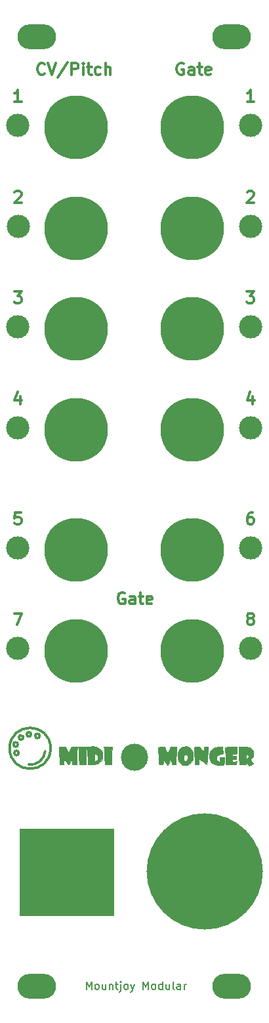
<source format=gbr>
G04 #@! TF.GenerationSoftware,KiCad,Pcbnew,(5.1.4)-1*
G04 #@! TF.CreationDate,2019-11-26T14:43:03+00:00*
G04 #@! TF.ProjectId,MidiMonger_panel,4d696469-4d6f-46e6-9765-725f70616e65,rev?*
G04 #@! TF.SameCoordinates,Original*
G04 #@! TF.FileFunction,Soldermask,Top*
G04 #@! TF.FilePolarity,Negative*
%FSLAX46Y46*%
G04 Gerber Fmt 4.6, Leading zero omitted, Abs format (unit mm)*
G04 Created by KiCad (PCBNEW (5.1.4)-1) date 2019-11-26 14:43:03*
%MOMM*%
%LPD*%
G04 APERTURE LIST*
%ADD10C,0.100000*%
%ADD11C,0.300000*%
%ADD12C,0.200000*%
%ADD13C,0.010000*%
%ADD14O,5.000000X3.200000*%
%ADD15C,3.500000*%
%ADD16C,15.000000*%
%ADD17C,3.000000*%
%ADD18C,8.200000*%
G04 APERTURE END LIST*
D10*
G36*
X113300000Y-147200000D02*
G01*
X101200000Y-147200000D01*
X101200000Y-136000000D01*
X113300000Y-136000000D01*
X113300000Y-147200000D01*
G37*
X113300000Y-147200000D02*
X101200000Y-147200000D01*
X101200000Y-136000000D01*
X113300000Y-136000000D01*
X113300000Y-147200000D01*
D11*
X101082843Y-126200000D02*
G75*
G03X101082843Y-126200000I-282843J0D01*
G01*
X103782843Y-124000000D02*
G75*
G03X103782843Y-124000000I-282843J0D01*
G01*
X102682843Y-123800000D02*
G75*
G03X102682843Y-123800000I-282843J0D01*
G01*
X101682843Y-124200000D02*
G75*
G03X101682843Y-124200000I-282843J0D01*
G01*
X114742857Y-105550000D02*
X114600000Y-105478571D01*
X114385714Y-105478571D01*
X114171428Y-105550000D01*
X114028571Y-105692857D01*
X113957142Y-105835714D01*
X113885714Y-106121428D01*
X113885714Y-106335714D01*
X113957142Y-106621428D01*
X114028571Y-106764285D01*
X114171428Y-106907142D01*
X114385714Y-106978571D01*
X114528571Y-106978571D01*
X114742857Y-106907142D01*
X114814285Y-106835714D01*
X114814285Y-106335714D01*
X114528571Y-106335714D01*
X116100000Y-106978571D02*
X116100000Y-106192857D01*
X116028571Y-106050000D01*
X115885714Y-105978571D01*
X115600000Y-105978571D01*
X115457142Y-106050000D01*
X116100000Y-106907142D02*
X115957142Y-106978571D01*
X115600000Y-106978571D01*
X115457142Y-106907142D01*
X115385714Y-106764285D01*
X115385714Y-106621428D01*
X115457142Y-106478571D01*
X115600000Y-106407142D01*
X115957142Y-106407142D01*
X116100000Y-106335714D01*
X116600000Y-105978571D02*
X117171428Y-105978571D01*
X116814285Y-105478571D02*
X116814285Y-106764285D01*
X116885714Y-106907142D01*
X117028571Y-106978571D01*
X117171428Y-106978571D01*
X118242857Y-106907142D02*
X118100000Y-106978571D01*
X117814285Y-106978571D01*
X117671428Y-106907142D01*
X117600000Y-106764285D01*
X117600000Y-106192857D01*
X117671428Y-106050000D01*
X117814285Y-105978571D01*
X118100000Y-105978571D01*
X118242857Y-106050000D01*
X118314285Y-106192857D01*
X118314285Y-106335714D01*
X117600000Y-106478571D01*
X104500000Y-126000000D02*
G75*
G02X102400000Y-127700000I-1900000J200000D01*
G01*
X100982843Y-125100000D02*
G75*
G03X100982843Y-125100000I-282843J0D01*
G01*
X105200001Y-125600000D02*
G75*
G03X105200001Y-125600000I-2640076J0D01*
G01*
X122342857Y-37250000D02*
X122200000Y-37178571D01*
X121985714Y-37178571D01*
X121771428Y-37250000D01*
X121628571Y-37392857D01*
X121557142Y-37535714D01*
X121485714Y-37821428D01*
X121485714Y-38035714D01*
X121557142Y-38321428D01*
X121628571Y-38464285D01*
X121771428Y-38607142D01*
X121985714Y-38678571D01*
X122128571Y-38678571D01*
X122342857Y-38607142D01*
X122414285Y-38535714D01*
X122414285Y-38035714D01*
X122128571Y-38035714D01*
X123700000Y-38678571D02*
X123700000Y-37892857D01*
X123628571Y-37750000D01*
X123485714Y-37678571D01*
X123200000Y-37678571D01*
X123057142Y-37750000D01*
X123700000Y-38607142D02*
X123557142Y-38678571D01*
X123200000Y-38678571D01*
X123057142Y-38607142D01*
X122985714Y-38464285D01*
X122985714Y-38321428D01*
X123057142Y-38178571D01*
X123200000Y-38107142D01*
X123557142Y-38107142D01*
X123700000Y-38035714D01*
X124200000Y-37678571D02*
X124771428Y-37678571D01*
X124414285Y-37178571D02*
X124414285Y-38464285D01*
X124485714Y-38607142D01*
X124628571Y-38678571D01*
X124771428Y-38678571D01*
X125842857Y-38607142D02*
X125700000Y-38678571D01*
X125414285Y-38678571D01*
X125271428Y-38607142D01*
X125200000Y-38464285D01*
X125200000Y-37892857D01*
X125271428Y-37750000D01*
X125414285Y-37678571D01*
X125700000Y-37678571D01*
X125842857Y-37750000D01*
X125914285Y-37892857D01*
X125914285Y-38035714D01*
X125200000Y-38178571D01*
X104428571Y-38535714D02*
X104357142Y-38607142D01*
X104142857Y-38678571D01*
X104000000Y-38678571D01*
X103785714Y-38607142D01*
X103642857Y-38464285D01*
X103571428Y-38321428D01*
X103500000Y-38035714D01*
X103500000Y-37821428D01*
X103571428Y-37535714D01*
X103642857Y-37392857D01*
X103785714Y-37250000D01*
X104000000Y-37178571D01*
X104142857Y-37178571D01*
X104357142Y-37250000D01*
X104428571Y-37321428D01*
X104857142Y-37178571D02*
X105357142Y-38678571D01*
X105857142Y-37178571D01*
X107428571Y-37107142D02*
X106142857Y-39035714D01*
X107928571Y-38678571D02*
X107928571Y-37178571D01*
X108500000Y-37178571D01*
X108642857Y-37250000D01*
X108714285Y-37321428D01*
X108785714Y-37464285D01*
X108785714Y-37678571D01*
X108714285Y-37821428D01*
X108642857Y-37892857D01*
X108500000Y-37964285D01*
X107928571Y-37964285D01*
X109428571Y-38678571D02*
X109428571Y-37678571D01*
X109428571Y-37178571D02*
X109357142Y-37250000D01*
X109428571Y-37321428D01*
X109500000Y-37250000D01*
X109428571Y-37178571D01*
X109428571Y-37321428D01*
X109928571Y-37678571D02*
X110500000Y-37678571D01*
X110142857Y-37178571D02*
X110142857Y-38464285D01*
X110214285Y-38607142D01*
X110357142Y-38678571D01*
X110500000Y-38678571D01*
X111642857Y-38607142D02*
X111500000Y-38678571D01*
X111214285Y-38678571D01*
X111071428Y-38607142D01*
X111000000Y-38535714D01*
X110928571Y-38392857D01*
X110928571Y-37964285D01*
X111000000Y-37821428D01*
X111071428Y-37750000D01*
X111214285Y-37678571D01*
X111500000Y-37678571D01*
X111642857Y-37750000D01*
X112285714Y-38678571D02*
X112285714Y-37178571D01*
X112928571Y-38678571D02*
X112928571Y-37892857D01*
X112857142Y-37750000D01*
X112714285Y-37678571D01*
X112500000Y-37678571D01*
X112357142Y-37750000D01*
X112285714Y-37821428D01*
X131285714Y-95178571D02*
X131000000Y-95178571D01*
X130857142Y-95250000D01*
X130785714Y-95321428D01*
X130642857Y-95535714D01*
X130571428Y-95821428D01*
X130571428Y-96392857D01*
X130642857Y-96535714D01*
X130714285Y-96607142D01*
X130857142Y-96678571D01*
X131142857Y-96678571D01*
X131285714Y-96607142D01*
X131357142Y-96535714D01*
X131428571Y-96392857D01*
X131428571Y-96035714D01*
X131357142Y-95892857D01*
X131285714Y-95821428D01*
X131142857Y-95750000D01*
X130857142Y-95750000D01*
X130714285Y-95821428D01*
X130642857Y-95892857D01*
X130571428Y-96035714D01*
X130857142Y-108821428D02*
X130714285Y-108750000D01*
X130642857Y-108678571D01*
X130571428Y-108535714D01*
X130571428Y-108464285D01*
X130642857Y-108321428D01*
X130714285Y-108250000D01*
X130857142Y-108178571D01*
X131142857Y-108178571D01*
X131285714Y-108250000D01*
X131357142Y-108321428D01*
X131428571Y-108464285D01*
X131428571Y-108535714D01*
X131357142Y-108678571D01*
X131285714Y-108750000D01*
X131142857Y-108821428D01*
X130857142Y-108821428D01*
X130714285Y-108892857D01*
X130642857Y-108964285D01*
X130571428Y-109107142D01*
X130571428Y-109392857D01*
X130642857Y-109535714D01*
X130714285Y-109607142D01*
X130857142Y-109678571D01*
X131142857Y-109678571D01*
X131285714Y-109607142D01*
X131357142Y-109535714D01*
X131428571Y-109392857D01*
X131428571Y-109107142D01*
X131357142Y-108964285D01*
X131285714Y-108892857D01*
X131142857Y-108821428D01*
X100500000Y-108178571D02*
X101500000Y-108178571D01*
X100857142Y-109678571D01*
X101357142Y-95178571D02*
X100642857Y-95178571D01*
X100571428Y-95892857D01*
X100642857Y-95821428D01*
X100785714Y-95750000D01*
X101142857Y-95750000D01*
X101285714Y-95821428D01*
X101357142Y-95892857D01*
X101428571Y-96035714D01*
X101428571Y-96392857D01*
X101357142Y-96535714D01*
X101285714Y-96607142D01*
X101142857Y-96678571D01*
X100785714Y-96678571D01*
X100642857Y-96607142D01*
X100571428Y-96535714D01*
X131285714Y-80178571D02*
X131285714Y-81178571D01*
X130928571Y-79607142D02*
X130571428Y-80678571D01*
X131500000Y-80678571D01*
X130500000Y-66678571D02*
X131428571Y-66678571D01*
X130928571Y-67250000D01*
X131142857Y-67250000D01*
X131285714Y-67321428D01*
X131357142Y-67392857D01*
X131428571Y-67535714D01*
X131428571Y-67892857D01*
X131357142Y-68035714D01*
X131285714Y-68107142D01*
X131142857Y-68178571D01*
X130714285Y-68178571D01*
X130571428Y-68107142D01*
X130500000Y-68035714D01*
X130571428Y-53821428D02*
X130642857Y-53750000D01*
X130785714Y-53678571D01*
X131142857Y-53678571D01*
X131285714Y-53750000D01*
X131357142Y-53821428D01*
X131428571Y-53964285D01*
X131428571Y-54107142D01*
X131357142Y-54321428D01*
X130500000Y-55178571D01*
X131428571Y-55178571D01*
X101285714Y-80178571D02*
X101285714Y-81178571D01*
X100928571Y-79607142D02*
X100571428Y-80678571D01*
X101500000Y-80678571D01*
X100500000Y-66678571D02*
X101428571Y-66678571D01*
X100928571Y-67250000D01*
X101142857Y-67250000D01*
X101285714Y-67321428D01*
X101357142Y-67392857D01*
X101428571Y-67535714D01*
X101428571Y-67892857D01*
X101357142Y-68035714D01*
X101285714Y-68107142D01*
X101142857Y-68178571D01*
X100714285Y-68178571D01*
X100571428Y-68107142D01*
X100500000Y-68035714D01*
X100571428Y-53821428D02*
X100642857Y-53750000D01*
X100785714Y-53678571D01*
X101142857Y-53678571D01*
X101285714Y-53750000D01*
X101357142Y-53821428D01*
X101428571Y-53964285D01*
X101428571Y-54107142D01*
X101357142Y-54321428D01*
X100500000Y-55178571D01*
X101428571Y-55178571D01*
X131428571Y-42178571D02*
X130571428Y-42178571D01*
X131000000Y-42178571D02*
X131000000Y-40678571D01*
X130857142Y-40892857D01*
X130714285Y-41035714D01*
X130571428Y-41107142D01*
X101428571Y-42178571D02*
X100571428Y-42178571D01*
X101000000Y-42178571D02*
X101000000Y-40678571D01*
X100857142Y-40892857D01*
X100714285Y-41035714D01*
X100571428Y-41107142D01*
D12*
X109819047Y-156702380D02*
X109819047Y-155702380D01*
X110152380Y-156416666D01*
X110485714Y-155702380D01*
X110485714Y-156702380D01*
X111104761Y-156702380D02*
X111009523Y-156654761D01*
X110961904Y-156607142D01*
X110914285Y-156511904D01*
X110914285Y-156226190D01*
X110961904Y-156130952D01*
X111009523Y-156083333D01*
X111104761Y-156035714D01*
X111247619Y-156035714D01*
X111342857Y-156083333D01*
X111390476Y-156130952D01*
X111438095Y-156226190D01*
X111438095Y-156511904D01*
X111390476Y-156607142D01*
X111342857Y-156654761D01*
X111247619Y-156702380D01*
X111104761Y-156702380D01*
X112295238Y-156035714D02*
X112295238Y-156702380D01*
X111866666Y-156035714D02*
X111866666Y-156559523D01*
X111914285Y-156654761D01*
X112009523Y-156702380D01*
X112152380Y-156702380D01*
X112247619Y-156654761D01*
X112295238Y-156607142D01*
X112771428Y-156035714D02*
X112771428Y-156702380D01*
X112771428Y-156130952D02*
X112819047Y-156083333D01*
X112914285Y-156035714D01*
X113057142Y-156035714D01*
X113152380Y-156083333D01*
X113200000Y-156178571D01*
X113200000Y-156702380D01*
X113533333Y-156035714D02*
X113914285Y-156035714D01*
X113676190Y-155702380D02*
X113676190Y-156559523D01*
X113723809Y-156654761D01*
X113819047Y-156702380D01*
X113914285Y-156702380D01*
X114247619Y-156035714D02*
X114247619Y-156892857D01*
X114200000Y-156988095D01*
X114104761Y-157035714D01*
X114057142Y-157035714D01*
X114247619Y-155702380D02*
X114200000Y-155750000D01*
X114247619Y-155797619D01*
X114295238Y-155750000D01*
X114247619Y-155702380D01*
X114247619Y-155797619D01*
X114866666Y-156702380D02*
X114771428Y-156654761D01*
X114723809Y-156607142D01*
X114676190Y-156511904D01*
X114676190Y-156226190D01*
X114723809Y-156130952D01*
X114771428Y-156083333D01*
X114866666Y-156035714D01*
X115009523Y-156035714D01*
X115104761Y-156083333D01*
X115152380Y-156130952D01*
X115200000Y-156226190D01*
X115200000Y-156511904D01*
X115152380Y-156607142D01*
X115104761Y-156654761D01*
X115009523Y-156702380D01*
X114866666Y-156702380D01*
X115533333Y-156035714D02*
X115771428Y-156702380D01*
X116009523Y-156035714D02*
X115771428Y-156702380D01*
X115676190Y-156940476D01*
X115628571Y-156988095D01*
X115533333Y-157035714D01*
X117152380Y-156702380D02*
X117152380Y-155702380D01*
X117485714Y-156416666D01*
X117819047Y-155702380D01*
X117819047Y-156702380D01*
X118438095Y-156702380D02*
X118342857Y-156654761D01*
X118295238Y-156607142D01*
X118247619Y-156511904D01*
X118247619Y-156226190D01*
X118295238Y-156130952D01*
X118342857Y-156083333D01*
X118438095Y-156035714D01*
X118580952Y-156035714D01*
X118676190Y-156083333D01*
X118723809Y-156130952D01*
X118771428Y-156226190D01*
X118771428Y-156511904D01*
X118723809Y-156607142D01*
X118676190Y-156654761D01*
X118580952Y-156702380D01*
X118438095Y-156702380D01*
X119628571Y-156702380D02*
X119628571Y-155702380D01*
X119628571Y-156654761D02*
X119533333Y-156702380D01*
X119342857Y-156702380D01*
X119247619Y-156654761D01*
X119200000Y-156607142D01*
X119152380Y-156511904D01*
X119152380Y-156226190D01*
X119200000Y-156130952D01*
X119247619Y-156083333D01*
X119342857Y-156035714D01*
X119533333Y-156035714D01*
X119628571Y-156083333D01*
X120533333Y-156035714D02*
X120533333Y-156702380D01*
X120104761Y-156035714D02*
X120104761Y-156559523D01*
X120152380Y-156654761D01*
X120247619Y-156702380D01*
X120390476Y-156702380D01*
X120485714Y-156654761D01*
X120533333Y-156607142D01*
X121152380Y-156702380D02*
X121057142Y-156654761D01*
X121009523Y-156559523D01*
X121009523Y-155702380D01*
X121961904Y-156702380D02*
X121961904Y-156178571D01*
X121914285Y-156083333D01*
X121819047Y-156035714D01*
X121628571Y-156035714D01*
X121533333Y-156083333D01*
X121961904Y-156654761D02*
X121866666Y-156702380D01*
X121628571Y-156702380D01*
X121533333Y-156654761D01*
X121485714Y-156559523D01*
X121485714Y-156464285D01*
X121533333Y-156369047D01*
X121628571Y-156321428D01*
X121866666Y-156321428D01*
X121961904Y-156273809D01*
X122438095Y-156702380D02*
X122438095Y-156035714D01*
X122438095Y-156226190D02*
X122485714Y-156130952D01*
X122533333Y-156083333D01*
X122628571Y-156035714D01*
X122723809Y-156035714D01*
D13*
G36*
X112860500Y-125387142D02*
G01*
X113015554Y-125391887D01*
X113103056Y-125404407D01*
X113140030Y-125428475D01*
X113143500Y-125467866D01*
X113136517Y-125500699D01*
X113126443Y-125585089D01*
X113114306Y-125753611D01*
X113101071Y-125988841D01*
X113087701Y-126273356D01*
X113075162Y-126589735D01*
X113073243Y-126643700D01*
X113037266Y-127672400D01*
X112198700Y-127672400D01*
X112164948Y-126669100D01*
X112153156Y-126350880D01*
X112140330Y-126059622D01*
X112127435Y-125813591D01*
X112115436Y-125631052D01*
X112105299Y-125530270D01*
X112104562Y-125526100D01*
X112077927Y-125386400D01*
X112620870Y-125386399D01*
X112860500Y-125387142D01*
X112860500Y-125387142D01*
G37*
X112860500Y-125387142D02*
X113015554Y-125391887D01*
X113103056Y-125404407D01*
X113140030Y-125428475D01*
X113143500Y-125467866D01*
X113136517Y-125500699D01*
X113126443Y-125585089D01*
X113114306Y-125753611D01*
X113101071Y-125988841D01*
X113087701Y-126273356D01*
X113075162Y-126589735D01*
X113073243Y-126643700D01*
X113037266Y-127672400D01*
X112198700Y-127672400D01*
X112164948Y-126669100D01*
X112153156Y-126350880D01*
X112140330Y-126059622D01*
X112127435Y-125813591D01*
X112115436Y-125631052D01*
X112105299Y-125530270D01*
X112104562Y-125526100D01*
X112077927Y-125386400D01*
X112620870Y-125386399D01*
X112860500Y-125387142D01*
G36*
X111032484Y-125410486D02*
G01*
X111360621Y-125533932D01*
X111623961Y-125718379D01*
X111796330Y-125933530D01*
X111871775Y-126129965D01*
X111914944Y-126382336D01*
X111921957Y-126649025D01*
X111888932Y-126888415D01*
X111886311Y-126898366D01*
X111770911Y-127152389D01*
X111581798Y-127380920D01*
X111346672Y-127552282D01*
X111290732Y-127579512D01*
X111114556Y-127632864D01*
X110874592Y-127673836D01*
X110608283Y-127698709D01*
X110353072Y-127703765D01*
X110176132Y-127690194D01*
X110018865Y-127667131D01*
X109994608Y-127021001D01*
X110871512Y-127021001D01*
X110872792Y-127158086D01*
X110885492Y-127229178D01*
X110913724Y-127252057D01*
X110961603Y-127244500D01*
X110979140Y-127239336D01*
X111109727Y-127175380D01*
X111189898Y-127113981D01*
X111255083Y-127007056D01*
X111301840Y-126851170D01*
X111309441Y-126801192D01*
X111297722Y-126588344D01*
X111213809Y-126434176D01*
X111065134Y-126350445D01*
X111019200Y-126341956D01*
X110959847Y-126337951D01*
X110921960Y-126356166D01*
X110899804Y-126415152D01*
X110887643Y-126533459D01*
X110879742Y-126729639D01*
X110877540Y-126800145D01*
X110871512Y-127021001D01*
X109994608Y-127021001D01*
X109984626Y-126755116D01*
X109971695Y-126443405D01*
X109957317Y-126151116D01*
X109942728Y-125899921D01*
X109929162Y-125711494D01*
X109919988Y-125621312D01*
X109889588Y-125399522D01*
X110227776Y-125363305D01*
X110651039Y-125352218D01*
X111032484Y-125410486D01*
X111032484Y-125410486D01*
G37*
X111032484Y-125410486D02*
X111360621Y-125533932D01*
X111623961Y-125718379D01*
X111796330Y-125933530D01*
X111871775Y-126129965D01*
X111914944Y-126382336D01*
X111921957Y-126649025D01*
X111888932Y-126888415D01*
X111886311Y-126898366D01*
X111770911Y-127152389D01*
X111581798Y-127380920D01*
X111346672Y-127552282D01*
X111290732Y-127579512D01*
X111114556Y-127632864D01*
X110874592Y-127673836D01*
X110608283Y-127698709D01*
X110353072Y-127703765D01*
X110176132Y-127690194D01*
X110018865Y-127667131D01*
X109994608Y-127021001D01*
X110871512Y-127021001D01*
X110872792Y-127158086D01*
X110885492Y-127229178D01*
X110913724Y-127252057D01*
X110961603Y-127244500D01*
X110979140Y-127239336D01*
X111109727Y-127175380D01*
X111189898Y-127113981D01*
X111255083Y-127007056D01*
X111301840Y-126851170D01*
X111309441Y-126801192D01*
X111297722Y-126588344D01*
X111213809Y-126434176D01*
X111065134Y-126350445D01*
X111019200Y-126341956D01*
X110959847Y-126337951D01*
X110921960Y-126356166D01*
X110899804Y-126415152D01*
X110887643Y-126533459D01*
X110879742Y-126729639D01*
X110877540Y-126800145D01*
X110871512Y-127021001D01*
X109994608Y-127021001D01*
X109984626Y-126755116D01*
X109971695Y-126443405D01*
X109957317Y-126151116D01*
X109942728Y-125899921D01*
X109929162Y-125711494D01*
X109919988Y-125621312D01*
X109889588Y-125399522D01*
X110227776Y-125363305D01*
X110651039Y-125352218D01*
X111032484Y-125410486D01*
G36*
X109558500Y-125387142D02*
G01*
X109713554Y-125391887D01*
X109801056Y-125404407D01*
X109838030Y-125428475D01*
X109841500Y-125467866D01*
X109834517Y-125500699D01*
X109824443Y-125585089D01*
X109812306Y-125753611D01*
X109799071Y-125988841D01*
X109785701Y-126273356D01*
X109773162Y-126589735D01*
X109771243Y-126643700D01*
X109735266Y-127672400D01*
X108896700Y-127672400D01*
X108862948Y-126669100D01*
X108851156Y-126350880D01*
X108838330Y-126059622D01*
X108825435Y-125813591D01*
X108813436Y-125631052D01*
X108803299Y-125530270D01*
X108802562Y-125526100D01*
X108775927Y-125386400D01*
X109318870Y-125386399D01*
X109558500Y-125387142D01*
X109558500Y-125387142D01*
G37*
X109558500Y-125387142D02*
X109713554Y-125391887D01*
X109801056Y-125404407D01*
X109838030Y-125428475D01*
X109841500Y-125467866D01*
X109834517Y-125500699D01*
X109824443Y-125585089D01*
X109812306Y-125753611D01*
X109799071Y-125988841D01*
X109785701Y-126273356D01*
X109773162Y-126589735D01*
X109771243Y-126643700D01*
X109735266Y-127672400D01*
X108896700Y-127672400D01*
X108862948Y-126669100D01*
X108851156Y-126350880D01*
X108838330Y-126059622D01*
X108825435Y-125813591D01*
X108813436Y-125631052D01*
X108803299Y-125530270D01*
X108802562Y-125526100D01*
X108775927Y-125386400D01*
X109318870Y-125386399D01*
X109558500Y-125387142D01*
G36*
X108647279Y-125386400D02*
G01*
X108614245Y-126034100D01*
X108600726Y-126342320D01*
X108589842Y-126672495D01*
X108582882Y-126980304D01*
X108581006Y-127177100D01*
X108580800Y-127672400D01*
X108026642Y-127672400D01*
X107996600Y-126998172D01*
X107747009Y-127360686D01*
X107634483Y-127523234D01*
X107546895Y-127648077D01*
X107497681Y-127716136D01*
X107491694Y-127723200D01*
X107460791Y-127685599D01*
X107382757Y-127584835D01*
X107271504Y-127438958D01*
X107207884Y-127354900D01*
X106929800Y-126986600D01*
X106914778Y-127329500D01*
X106899757Y-127672400D01*
X106402625Y-127672400D01*
X106376334Y-127456500D01*
X106365629Y-127332505D01*
X106353064Y-127129623D01*
X106339833Y-126870521D01*
X106327131Y-126577867D01*
X106319975Y-126387480D01*
X106308333Y-126099125D01*
X106295227Y-125843361D01*
X106281826Y-125638746D01*
X106269301Y-125503838D01*
X106261518Y-125460380D01*
X106263649Y-125423941D01*
X106315231Y-125401495D01*
X106432887Y-125390006D01*
X106633235Y-125386440D01*
X106666640Y-125386400D01*
X107100152Y-125386400D01*
X107228197Y-125666089D01*
X107310918Y-125837314D01*
X107389676Y-125984945D01*
X107432087Y-126054060D01*
X107471060Y-126101643D01*
X107506367Y-126107603D01*
X107550308Y-126059097D01*
X107615183Y-125943280D01*
X107699905Y-125774371D01*
X107891879Y-125386399D01*
X108269579Y-125386399D01*
X108647279Y-125386400D01*
X108647279Y-125386400D01*
G37*
X108647279Y-125386400D02*
X108614245Y-126034100D01*
X108600726Y-126342320D01*
X108589842Y-126672495D01*
X108582882Y-126980304D01*
X108581006Y-127177100D01*
X108580800Y-127672400D01*
X108026642Y-127672400D01*
X107996600Y-126998172D01*
X107747009Y-127360686D01*
X107634483Y-127523234D01*
X107546895Y-127648077D01*
X107497681Y-127716136D01*
X107491694Y-127723200D01*
X107460791Y-127685599D01*
X107382757Y-127584835D01*
X107271504Y-127438958D01*
X107207884Y-127354900D01*
X106929800Y-126986600D01*
X106914778Y-127329500D01*
X106899757Y-127672400D01*
X106402625Y-127672400D01*
X106376334Y-127456500D01*
X106365629Y-127332505D01*
X106353064Y-127129623D01*
X106339833Y-126870521D01*
X106327131Y-126577867D01*
X106319975Y-126387480D01*
X106308333Y-126099125D01*
X106295227Y-125843361D01*
X106281826Y-125638746D01*
X106269301Y-125503838D01*
X106261518Y-125460380D01*
X106263649Y-125423941D01*
X106315231Y-125401495D01*
X106432887Y-125390006D01*
X106633235Y-125386440D01*
X106666640Y-125386400D01*
X107100152Y-125386400D01*
X107228197Y-125666089D01*
X107310918Y-125837314D01*
X107389676Y-125984945D01*
X107432087Y-126054060D01*
X107471060Y-126101643D01*
X107506367Y-126107603D01*
X107550308Y-126059097D01*
X107615183Y-125943280D01*
X107699905Y-125774371D01*
X107891879Y-125386399D01*
X108269579Y-125386399D01*
X108647279Y-125386400D01*
G36*
X130341395Y-125418110D02*
G01*
X130541287Y-125428265D01*
X130690149Y-125449906D01*
X130813201Y-125486169D01*
X130891200Y-125519026D01*
X131124364Y-125649129D01*
X131273748Y-125797552D01*
X131356956Y-125989204D01*
X131390187Y-126224988D01*
X131396769Y-126418158D01*
X131380570Y-126551820D01*
X131332874Y-126667087D01*
X131277470Y-126756747D01*
X131191815Y-126875502D01*
X131125519Y-126948558D01*
X131106379Y-126959577D01*
X131035004Y-126984540D01*
X130997029Y-127005910D01*
X130970332Y-127046210D01*
X130994583Y-127115981D01*
X131077988Y-127232408D01*
X131143162Y-127311966D01*
X131250275Y-127445383D01*
X131321750Y-127545127D01*
X131342175Y-127589683D01*
X131342133Y-127589722D01*
X131289852Y-127620116D01*
X131174481Y-127680836D01*
X131061178Y-127738472D01*
X130905601Y-127810698D01*
X130812217Y-127834897D01*
X130756477Y-127815941D01*
X130742682Y-127801678D01*
X130688523Y-127721974D01*
X130606535Y-127585771D01*
X130535524Y-127460394D01*
X130385040Y-127187400D01*
X130383200Y-127720800D01*
X129535505Y-127720800D01*
X129491739Y-126705913D01*
X130383282Y-126705913D01*
X130394503Y-126823958D01*
X130413566Y-126870633D01*
X130485509Y-126880469D01*
X130596746Y-126841573D01*
X130675300Y-126792293D01*
X130734894Y-126690719D01*
X130723051Y-126562685D01*
X130646195Y-126446998D01*
X130614033Y-126422192D01*
X130508130Y-126373486D01*
X130436233Y-126373219D01*
X130406052Y-126438743D01*
X130387767Y-126563574D01*
X130383282Y-126705913D01*
X129491739Y-126705913D01*
X129486761Y-126590500D01*
X129473298Y-126262546D01*
X129462593Y-125970119D01*
X129455078Y-125727969D01*
X129451187Y-125550844D01*
X129451352Y-125453493D01*
X129452965Y-125439476D01*
X129506555Y-125431184D01*
X129641244Y-125424036D01*
X129836532Y-125418809D01*
X130065256Y-125416304D01*
X130341395Y-125418110D01*
X130341395Y-125418110D01*
G37*
X130341395Y-125418110D02*
X130541287Y-125428265D01*
X130690149Y-125449906D01*
X130813201Y-125486169D01*
X130891200Y-125519026D01*
X131124364Y-125649129D01*
X131273748Y-125797552D01*
X131356956Y-125989204D01*
X131390187Y-126224988D01*
X131396769Y-126418158D01*
X131380570Y-126551820D01*
X131332874Y-126667087D01*
X131277470Y-126756747D01*
X131191815Y-126875502D01*
X131125519Y-126948558D01*
X131106379Y-126959577D01*
X131035004Y-126984540D01*
X130997029Y-127005910D01*
X130970332Y-127046210D01*
X130994583Y-127115981D01*
X131077988Y-127232408D01*
X131143162Y-127311966D01*
X131250275Y-127445383D01*
X131321750Y-127545127D01*
X131342175Y-127589683D01*
X131342133Y-127589722D01*
X131289852Y-127620116D01*
X131174481Y-127680836D01*
X131061178Y-127738472D01*
X130905601Y-127810698D01*
X130812217Y-127834897D01*
X130756477Y-127815941D01*
X130742682Y-127801678D01*
X130688523Y-127721974D01*
X130606535Y-127585771D01*
X130535524Y-127460394D01*
X130385040Y-127187400D01*
X130383200Y-127720800D01*
X129535505Y-127720800D01*
X129491739Y-126705913D01*
X130383282Y-126705913D01*
X130394503Y-126823958D01*
X130413566Y-126870633D01*
X130485509Y-126880469D01*
X130596746Y-126841573D01*
X130675300Y-126792293D01*
X130734894Y-126690719D01*
X130723051Y-126562685D01*
X130646195Y-126446998D01*
X130614033Y-126422192D01*
X130508130Y-126373486D01*
X130436233Y-126373219D01*
X130406052Y-126438743D01*
X130387767Y-126563574D01*
X130383282Y-126705913D01*
X129491739Y-126705913D01*
X129486761Y-126590500D01*
X129473298Y-126262546D01*
X129462593Y-125970119D01*
X129455078Y-125727969D01*
X129451187Y-125550844D01*
X129451352Y-125453493D01*
X129452965Y-125439476D01*
X129506555Y-125431184D01*
X129641244Y-125424036D01*
X129836532Y-125418809D01*
X130065256Y-125416304D01*
X130341395Y-125418110D01*
G36*
X129226968Y-125803099D02*
G01*
X129214975Y-126050855D01*
X129199204Y-126213990D01*
X129170100Y-126309322D01*
X129118107Y-126353666D01*
X129033672Y-126363838D01*
X128912242Y-126356997D01*
X128761151Y-126349909D01*
X128685355Y-126363463D01*
X128658958Y-126409211D01*
X128656000Y-126471297D01*
X128663335Y-126548803D01*
X128702514Y-126587908D01*
X128799295Y-126601665D01*
X128916350Y-126603200D01*
X129176700Y-126603200D01*
X129144950Y-126761949D01*
X129122623Y-126886504D01*
X129113201Y-126964732D01*
X129113200Y-126965149D01*
X129067783Y-126991662D01*
X128952877Y-127007562D01*
X128884600Y-127009600D01*
X128744067Y-127013890D01*
X128677511Y-127039406D01*
X128657330Y-127105114D01*
X128656000Y-127166701D01*
X128656000Y-127323803D01*
X128935391Y-127306401D01*
X129214782Y-127289000D01*
X129182719Y-127466800D01*
X129155548Y-127596032D01*
X129131337Y-127677833D01*
X129128929Y-127682700D01*
X129072790Y-127697022D01*
X128934918Y-127708887D01*
X128735175Y-127717168D01*
X128493419Y-127720739D01*
X128456747Y-127720800D01*
X127806290Y-127720800D01*
X127769095Y-126645517D01*
X127756835Y-126322214D01*
X127743764Y-126031353D01*
X127730769Y-125788971D01*
X127718736Y-125611107D01*
X127708552Y-125513801D01*
X127705915Y-125502517D01*
X127713764Y-125476052D01*
X127769108Y-125457180D01*
X127884380Y-125444785D01*
X128072013Y-125437755D01*
X128344438Y-125434975D01*
X128461725Y-125434799D01*
X129243521Y-125434799D01*
X129226968Y-125803099D01*
X129226968Y-125803099D01*
G37*
X129226968Y-125803099D02*
X129214975Y-126050855D01*
X129199204Y-126213990D01*
X129170100Y-126309322D01*
X129118107Y-126353666D01*
X129033672Y-126363838D01*
X128912242Y-126356997D01*
X128761151Y-126349909D01*
X128685355Y-126363463D01*
X128658958Y-126409211D01*
X128656000Y-126471297D01*
X128663335Y-126548803D01*
X128702514Y-126587908D01*
X128799295Y-126601665D01*
X128916350Y-126603200D01*
X129176700Y-126603200D01*
X129144950Y-126761949D01*
X129122623Y-126886504D01*
X129113201Y-126964732D01*
X129113200Y-126965149D01*
X129067783Y-126991662D01*
X128952877Y-127007562D01*
X128884600Y-127009600D01*
X128744067Y-127013890D01*
X128677511Y-127039406D01*
X128657330Y-127105114D01*
X128656000Y-127166701D01*
X128656000Y-127323803D01*
X128935391Y-127306401D01*
X129214782Y-127289000D01*
X129182719Y-127466800D01*
X129155548Y-127596032D01*
X129131337Y-127677833D01*
X129128929Y-127682700D01*
X129072790Y-127697022D01*
X128934918Y-127708887D01*
X128735175Y-127717168D01*
X128493419Y-127720739D01*
X128456747Y-127720800D01*
X127806290Y-127720800D01*
X127769095Y-126645517D01*
X127756835Y-126322214D01*
X127743764Y-126031353D01*
X127730769Y-125788971D01*
X127718736Y-125611107D01*
X127708552Y-125513801D01*
X127705915Y-125502517D01*
X127713764Y-125476052D01*
X127769108Y-125457180D01*
X127884380Y-125444785D01*
X128072013Y-125437755D01*
X128344438Y-125434975D01*
X128461725Y-125434799D01*
X129243521Y-125434799D01*
X129226968Y-125803099D01*
G36*
X127404163Y-125747051D02*
G01*
X127429461Y-126001425D01*
X127438974Y-126171675D01*
X127427849Y-126274691D01*
X127391231Y-126327358D01*
X127324266Y-126346564D01*
X127231077Y-126349200D01*
X126985406Y-126386376D01*
X126785855Y-126487460D01*
X126644698Y-126636787D01*
X126574208Y-126818688D01*
X126586661Y-127017499D01*
X126628088Y-127118840D01*
X126706204Y-127198712D01*
X126836781Y-127283090D01*
X126975186Y-127346557D01*
X127060730Y-127365200D01*
X127073201Y-127319437D01*
X127071900Y-127200400D01*
X127059839Y-127060400D01*
X127025354Y-126755600D01*
X127638892Y-126755600D01*
X127606967Y-127225500D01*
X127591107Y-127432898D01*
X127575107Y-127598581D01*
X127561420Y-127698844D01*
X127556045Y-127717242D01*
X127493868Y-127733409D01*
X127357744Y-127744903D01*
X127175232Y-127751465D01*
X126973889Y-127752838D01*
X126781275Y-127748762D01*
X126624946Y-127738980D01*
X126543954Y-127726726D01*
X126220690Y-127596931D01*
X125964462Y-127396030D01*
X125783118Y-127132891D01*
X125684509Y-126816382D01*
X125675183Y-126745295D01*
X125680461Y-126384469D01*
X125772539Y-126070386D01*
X125948319Y-125809195D01*
X126204708Y-125607040D01*
X126264862Y-125574500D01*
X126428323Y-125500243D01*
X126579176Y-125457643D01*
X126757615Y-125438574D01*
X126956072Y-125434800D01*
X127371526Y-125434800D01*
X127404163Y-125747051D01*
X127404163Y-125747051D01*
G37*
X127404163Y-125747051D02*
X127429461Y-126001425D01*
X127438974Y-126171675D01*
X127427849Y-126274691D01*
X127391231Y-126327358D01*
X127324266Y-126346564D01*
X127231077Y-126349200D01*
X126985406Y-126386376D01*
X126785855Y-126487460D01*
X126644698Y-126636787D01*
X126574208Y-126818688D01*
X126586661Y-127017499D01*
X126628088Y-127118840D01*
X126706204Y-127198712D01*
X126836781Y-127283090D01*
X126975186Y-127346557D01*
X127060730Y-127365200D01*
X127073201Y-127319437D01*
X127071900Y-127200400D01*
X127059839Y-127060400D01*
X127025354Y-126755600D01*
X127638892Y-126755600D01*
X127606967Y-127225500D01*
X127591107Y-127432898D01*
X127575107Y-127598581D01*
X127561420Y-127698844D01*
X127556045Y-127717242D01*
X127493868Y-127733409D01*
X127357744Y-127744903D01*
X127175232Y-127751465D01*
X126973889Y-127752838D01*
X126781275Y-127748762D01*
X126624946Y-127738980D01*
X126543954Y-127726726D01*
X126220690Y-127596931D01*
X125964462Y-127396030D01*
X125783118Y-127132891D01*
X125684509Y-126816382D01*
X125675183Y-126745295D01*
X125680461Y-126384469D01*
X125772539Y-126070386D01*
X125948319Y-125809195D01*
X126204708Y-125607040D01*
X126264862Y-125574500D01*
X126428323Y-125500243D01*
X126579176Y-125457643D01*
X126757615Y-125438574D01*
X126956072Y-125434800D01*
X127371526Y-125434800D01*
X127404163Y-125747051D01*
G36*
X125240426Y-125434768D02*
G01*
X125507853Y-125434800D01*
X125474932Y-126158700D01*
X125460083Y-126464547D01*
X125443337Y-126776321D01*
X125426652Y-127059364D01*
X125411985Y-127279015D01*
X125410705Y-127296148D01*
X125379400Y-127709697D01*
X124882179Y-127334248D01*
X124687137Y-127189829D01*
X124519665Y-127071156D01*
X124397146Y-126990180D01*
X124336960Y-126958851D01*
X124336079Y-126958800D01*
X124312646Y-127005475D01*
X124295367Y-127129096D01*
X124287401Y-127305049D01*
X124287200Y-127339800D01*
X124287200Y-127720800D01*
X123840574Y-127720800D01*
X123810740Y-127327100D01*
X123796401Y-127116131D01*
X123780016Y-126840863D01*
X123763702Y-126538511D01*
X123750784Y-126273000D01*
X123737569Y-126017323D01*
X123723106Y-125793190D01*
X123709039Y-125622976D01*
X123697011Y-125529055D01*
X123695707Y-125523700D01*
X123693665Y-125477464D01*
X123732867Y-125450633D01*
X123832774Y-125438114D01*
X124012845Y-125434818D01*
X124035578Y-125434800D01*
X124400404Y-125434799D01*
X124704969Y-125698649D01*
X125009534Y-125962498D01*
X124973000Y-125434736D01*
X125240426Y-125434768D01*
X125240426Y-125434768D01*
G37*
X125240426Y-125434768D02*
X125507853Y-125434800D01*
X125474932Y-126158700D01*
X125460083Y-126464547D01*
X125443337Y-126776321D01*
X125426652Y-127059364D01*
X125411985Y-127279015D01*
X125410705Y-127296148D01*
X125379400Y-127709697D01*
X124882179Y-127334248D01*
X124687137Y-127189829D01*
X124519665Y-127071156D01*
X124397146Y-126990180D01*
X124336960Y-126958851D01*
X124336079Y-126958800D01*
X124312646Y-127005475D01*
X124295367Y-127129096D01*
X124287401Y-127305049D01*
X124287200Y-127339800D01*
X124287200Y-127720800D01*
X123840574Y-127720800D01*
X123810740Y-127327100D01*
X123796401Y-127116131D01*
X123780016Y-126840863D01*
X123763702Y-126538511D01*
X123750784Y-126273000D01*
X123737569Y-126017323D01*
X123723106Y-125793190D01*
X123709039Y-125622976D01*
X123697011Y-125529055D01*
X123695707Y-125523700D01*
X123693665Y-125477464D01*
X123732867Y-125450633D01*
X123832774Y-125438114D01*
X124012845Y-125434818D01*
X124035578Y-125434800D01*
X124400404Y-125434799D01*
X124704969Y-125698649D01*
X125009534Y-125962498D01*
X124973000Y-125434736D01*
X125240426Y-125434768D01*
G36*
X122985205Y-125426880D02*
G01*
X123233381Y-125581978D01*
X123426450Y-125812404D01*
X123480513Y-125915298D01*
X123546939Y-126143370D01*
X123576169Y-126426511D01*
X123568530Y-126725375D01*
X123524351Y-127000615D01*
X123470131Y-127162000D01*
X123308711Y-127443204D01*
X123115524Y-127633020D01*
X122878851Y-127739660D01*
X122600622Y-127771410D01*
X122332201Y-127739533D01*
X122154498Y-127663379D01*
X122016328Y-127569630D01*
X121912276Y-127467921D01*
X121814583Y-127326757D01*
X121735007Y-127187400D01*
X121677541Y-127062320D01*
X121643040Y-126924225D01*
X121626216Y-126742253D01*
X121625847Y-126724042D01*
X122339122Y-126724042D01*
X122348486Y-126902625D01*
X122395990Y-127069990D01*
X122476450Y-127198719D01*
X122584678Y-127261395D01*
X122610800Y-127263600D01*
X122707763Y-127223943D01*
X122795895Y-127132595D01*
X122865314Y-126962734D01*
X122884410Y-126768206D01*
X122854788Y-126586093D01*
X122778052Y-126453480D01*
X122766038Y-126442883D01*
X122670276Y-126375257D01*
X122610800Y-126349200D01*
X122546423Y-126378214D01*
X122455561Y-126442883D01*
X122373085Y-126561655D01*
X122339122Y-126724042D01*
X121625847Y-126724042D01*
X121621851Y-126527000D01*
X121624403Y-126296524D01*
X121638261Y-126135427D01*
X121669739Y-126011609D01*
X121725149Y-125892971D01*
X121757818Y-125835706D01*
X121907609Y-125626249D01*
X122081432Y-125488388D01*
X122312594Y-125398152D01*
X122394248Y-125377668D01*
X122699600Y-125355860D01*
X122985205Y-125426880D01*
X122985205Y-125426880D01*
G37*
X122985205Y-125426880D02*
X123233381Y-125581978D01*
X123426450Y-125812404D01*
X123480513Y-125915298D01*
X123546939Y-126143370D01*
X123576169Y-126426511D01*
X123568530Y-126725375D01*
X123524351Y-127000615D01*
X123470131Y-127162000D01*
X123308711Y-127443204D01*
X123115524Y-127633020D01*
X122878851Y-127739660D01*
X122600622Y-127771410D01*
X122332201Y-127739533D01*
X122154498Y-127663379D01*
X122016328Y-127569630D01*
X121912276Y-127467921D01*
X121814583Y-127326757D01*
X121735007Y-127187400D01*
X121677541Y-127062320D01*
X121643040Y-126924225D01*
X121626216Y-126742253D01*
X121625847Y-126724042D01*
X122339122Y-126724042D01*
X122348486Y-126902625D01*
X122395990Y-127069990D01*
X122476450Y-127198719D01*
X122584678Y-127261395D01*
X122610800Y-127263600D01*
X122707763Y-127223943D01*
X122795895Y-127132595D01*
X122865314Y-126962734D01*
X122884410Y-126768206D01*
X122854788Y-126586093D01*
X122778052Y-126453480D01*
X122766038Y-126442883D01*
X122670276Y-126375257D01*
X122610800Y-126349200D01*
X122546423Y-126378214D01*
X122455561Y-126442883D01*
X122373085Y-126561655D01*
X122339122Y-126724042D01*
X121625847Y-126724042D01*
X121621851Y-126527000D01*
X121624403Y-126296524D01*
X121638261Y-126135427D01*
X121669739Y-126011609D01*
X121725149Y-125892971D01*
X121757818Y-125835706D01*
X121907609Y-125626249D01*
X122081432Y-125488388D01*
X122312594Y-125398152D01*
X122394248Y-125377668D01*
X122699600Y-125355860D01*
X122985205Y-125426880D01*
G36*
X121458079Y-125434800D02*
G01*
X121425045Y-126082500D01*
X121411526Y-126390720D01*
X121400642Y-126720895D01*
X121393682Y-127028704D01*
X121391806Y-127225500D01*
X121391600Y-127720800D01*
X120837442Y-127720800D01*
X120807400Y-127046572D01*
X120557809Y-127409086D01*
X120445283Y-127571634D01*
X120357695Y-127696477D01*
X120308481Y-127764536D01*
X120302494Y-127771600D01*
X120271591Y-127733999D01*
X120193557Y-127633235D01*
X120082304Y-127487358D01*
X120018684Y-127403300D01*
X119740600Y-127035000D01*
X119725578Y-127377900D01*
X119710557Y-127720800D01*
X119213425Y-127720800D01*
X119187134Y-127504900D01*
X119176429Y-127380905D01*
X119163864Y-127178023D01*
X119150633Y-126918921D01*
X119137931Y-126626267D01*
X119130775Y-126435880D01*
X119119133Y-126147525D01*
X119106027Y-125891761D01*
X119092626Y-125687146D01*
X119080101Y-125552238D01*
X119072318Y-125508780D01*
X119074449Y-125472341D01*
X119126031Y-125449895D01*
X119243687Y-125438406D01*
X119444035Y-125434840D01*
X119477440Y-125434800D01*
X119910952Y-125434800D01*
X120038997Y-125714489D01*
X120121718Y-125885714D01*
X120200476Y-126033345D01*
X120242887Y-126102460D01*
X120281860Y-126150043D01*
X120317167Y-126156003D01*
X120361108Y-126107497D01*
X120425983Y-125991680D01*
X120510705Y-125822771D01*
X120702679Y-125434799D01*
X121080379Y-125434799D01*
X121458079Y-125434800D01*
X121458079Y-125434800D01*
G37*
X121458079Y-125434800D02*
X121425045Y-126082500D01*
X121411526Y-126390720D01*
X121400642Y-126720895D01*
X121393682Y-127028704D01*
X121391806Y-127225500D01*
X121391600Y-127720800D01*
X120837442Y-127720800D01*
X120807400Y-127046572D01*
X120557809Y-127409086D01*
X120445283Y-127571634D01*
X120357695Y-127696477D01*
X120308481Y-127764536D01*
X120302494Y-127771600D01*
X120271591Y-127733999D01*
X120193557Y-127633235D01*
X120082304Y-127487358D01*
X120018684Y-127403300D01*
X119740600Y-127035000D01*
X119725578Y-127377900D01*
X119710557Y-127720800D01*
X119213425Y-127720800D01*
X119187134Y-127504900D01*
X119176429Y-127380905D01*
X119163864Y-127178023D01*
X119150633Y-126918921D01*
X119137931Y-126626267D01*
X119130775Y-126435880D01*
X119119133Y-126147525D01*
X119106027Y-125891761D01*
X119092626Y-125687146D01*
X119080101Y-125552238D01*
X119072318Y-125508780D01*
X119074449Y-125472341D01*
X119126031Y-125449895D01*
X119243687Y-125438406D01*
X119444035Y-125434840D01*
X119477440Y-125434800D01*
X119910952Y-125434800D01*
X120038997Y-125714489D01*
X120121718Y-125885714D01*
X120200476Y-126033345D01*
X120242887Y-126102460D01*
X120281860Y-126150043D01*
X120317167Y-126156003D01*
X120361108Y-126107497D01*
X120425983Y-125991680D01*
X120510705Y-125822771D01*
X120702679Y-125434799D01*
X121080379Y-125434799D01*
X121458079Y-125434800D01*
D14*
X128600000Y-33800000D03*
X103400000Y-33800000D03*
X128600000Y-156300000D03*
X103400000Y-156300000D03*
D15*
X116000000Y-126750000D03*
D16*
X125050000Y-141500000D03*
D17*
X131001200Y-112739000D03*
X131001200Y-99734200D03*
X131001200Y-84221400D03*
X131001200Y-71216600D03*
X131001200Y-58237200D03*
X131001200Y-45232400D03*
X101000000Y-112739000D03*
X101000000Y-99734200D03*
X101000000Y-84221400D03*
X101000000Y-71242000D03*
X101003800Y-58237200D03*
X101000000Y-45232400D03*
D18*
X123500000Y-58500000D03*
X123500000Y-71500000D03*
X123500000Y-84500000D03*
X123500000Y-100000000D03*
X123500000Y-113000000D03*
X108500000Y-113000000D03*
X108500000Y-100000000D03*
X108500000Y-84500000D03*
X108500000Y-71500000D03*
X108500000Y-58500000D03*
X108500000Y-45500000D03*
X123500000Y-45500000D03*
M02*

</source>
